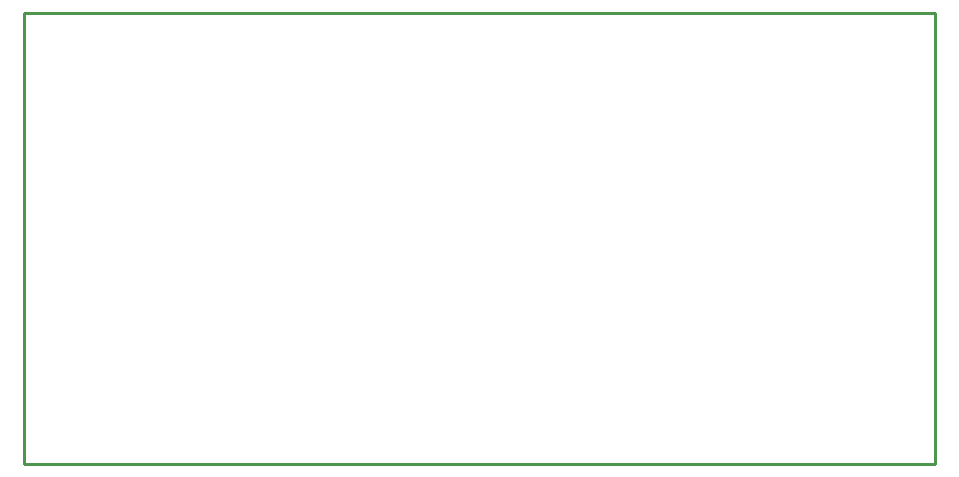
<source format=gko>
G04 Layer: BoardOutline*
G04 EasyEDA v5.9.42, Mon, 25 Mar 2019 11:55:45 GMT*
G04 b1db4e5ec28044f985901455ebfe0152*
G04 Gerber Generator version 0.2*
G04 Scale: 100 percent, Rotated: No, Reflected: No *
G04 Dimensions in millimeters *
G04 leading zeros omitted , absolute positions ,3 integer and 3 decimal *
%FSLAX33Y33*%
%MOMM*%
G90*
G71D02*

%ADD10C,0.254000*%
G54D10*
G01X77089Y38227D02*
G01X0Y38227D01*
G01X0Y0D01*
G01X77089Y0D01*
G01X77089Y38227D01*

%LPD*%
M00*
M02*

</source>
